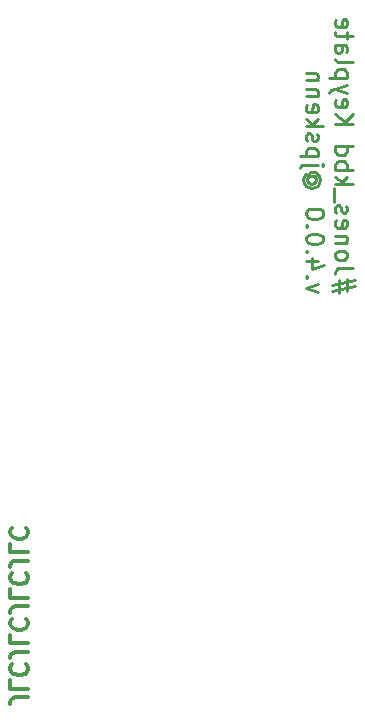
<source format=gbo>
%TF.GenerationSoftware,KiCad,Pcbnew,(5.1.10-1-10_14)*%
%TF.CreationDate,2021-05-27T15:54:42+09:00*%
%TF.ProjectId,keyplate,6b657970-6c61-4746-952e-6b696361645f,rev?*%
%TF.SameCoordinates,Original*%
%TF.FileFunction,Legend,Bot*%
%TF.FilePolarity,Positive*%
%FSLAX46Y46*%
G04 Gerber Fmt 4.6, Leading zero omitted, Abs format (unit mm)*
G04 Created by KiCad (PCBNEW (5.1.10-1-10_14)) date 2021-05-27 15:54:42*
%MOMM*%
%LPD*%
G01*
G04 APERTURE LIST*
%ADD10C,0.250000*%
%ADD11C,0.300000*%
G04 APERTURE END LIST*
D10*
X69171428Y-57751785D02*
X69171428Y-56680357D01*
X69814285Y-57323214D02*
X67885714Y-57751785D01*
X68528571Y-56823214D02*
X68528571Y-57894642D01*
X67885714Y-57251785D02*
X69814285Y-56823214D01*
X69671428Y-55751785D02*
X68600000Y-55751785D01*
X68385714Y-55823214D01*
X68242857Y-55966071D01*
X68171428Y-56180357D01*
X68171428Y-56323214D01*
X68171428Y-54823214D02*
X68242857Y-54966071D01*
X68314285Y-55037500D01*
X68457142Y-55108928D01*
X68885714Y-55108928D01*
X69028571Y-55037500D01*
X69100000Y-54966071D01*
X69171428Y-54823214D01*
X69171428Y-54608928D01*
X69100000Y-54466071D01*
X69028571Y-54394642D01*
X68885714Y-54323214D01*
X68457142Y-54323214D01*
X68314285Y-54394642D01*
X68242857Y-54466071D01*
X68171428Y-54608928D01*
X68171428Y-54823214D01*
X69171428Y-53680357D02*
X68171428Y-53680357D01*
X69028571Y-53680357D02*
X69100000Y-53608928D01*
X69171428Y-53466071D01*
X69171428Y-53251785D01*
X69100000Y-53108928D01*
X68957142Y-53037500D01*
X68171428Y-53037500D01*
X68242857Y-51751785D02*
X68171428Y-51894642D01*
X68171428Y-52180357D01*
X68242857Y-52323214D01*
X68385714Y-52394642D01*
X68957142Y-52394642D01*
X69100000Y-52323214D01*
X69171428Y-52180357D01*
X69171428Y-51894642D01*
X69100000Y-51751785D01*
X68957142Y-51680357D01*
X68814285Y-51680357D01*
X68671428Y-52394642D01*
X68242857Y-51108928D02*
X68171428Y-50966071D01*
X68171428Y-50680357D01*
X68242857Y-50537499D01*
X68385714Y-50466071D01*
X68457142Y-50466071D01*
X68600000Y-50537499D01*
X68671428Y-50680357D01*
X68671428Y-50894642D01*
X68742857Y-51037499D01*
X68885714Y-51108928D01*
X68957142Y-51108928D01*
X69100000Y-51037499D01*
X69171428Y-50894642D01*
X69171428Y-50680357D01*
X69100000Y-50537499D01*
X68028571Y-50180357D02*
X68028571Y-49037499D01*
X68171428Y-48680357D02*
X69671428Y-48680357D01*
X68742857Y-48537499D02*
X68171428Y-48108928D01*
X69171428Y-48108928D02*
X68600000Y-48680357D01*
X68171428Y-47466071D02*
X69671428Y-47466071D01*
X69100000Y-47466071D02*
X69171428Y-47323214D01*
X69171428Y-47037499D01*
X69100000Y-46894642D01*
X69028571Y-46823214D01*
X68885714Y-46751785D01*
X68457142Y-46751785D01*
X68314285Y-46823214D01*
X68242857Y-46894642D01*
X68171428Y-47037499D01*
X68171428Y-47323214D01*
X68242857Y-47466071D01*
X68171428Y-45466071D02*
X69671428Y-45466071D01*
X68242857Y-45466071D02*
X68171428Y-45608928D01*
X68171428Y-45894642D01*
X68242857Y-46037499D01*
X68314285Y-46108928D01*
X68457142Y-46180357D01*
X68885714Y-46180357D01*
X69028571Y-46108928D01*
X69100000Y-46037499D01*
X69171428Y-45894642D01*
X69171428Y-45608928D01*
X69100000Y-45466071D01*
X68171428Y-43608928D02*
X69671428Y-43608928D01*
X68171428Y-42751785D02*
X69028571Y-43394642D01*
X69671428Y-42751785D02*
X68814285Y-43608928D01*
X68242857Y-41537499D02*
X68171428Y-41680357D01*
X68171428Y-41966071D01*
X68242857Y-42108928D01*
X68385714Y-42180357D01*
X68957142Y-42180357D01*
X69100000Y-42108928D01*
X69171428Y-41966071D01*
X69171428Y-41680357D01*
X69100000Y-41537499D01*
X68957142Y-41466071D01*
X68814285Y-41466071D01*
X68671428Y-42180357D01*
X69171428Y-40966071D02*
X68171428Y-40608928D01*
X69171428Y-40251785D02*
X68171428Y-40608928D01*
X67814285Y-40751785D01*
X67742857Y-40823214D01*
X67671428Y-40966071D01*
X69171428Y-39680357D02*
X67671428Y-39680357D01*
X69100000Y-39680357D02*
X69171428Y-39537499D01*
X69171428Y-39251785D01*
X69100000Y-39108928D01*
X69028571Y-39037499D01*
X68885714Y-38966071D01*
X68457142Y-38966071D01*
X68314285Y-39037499D01*
X68242857Y-39108928D01*
X68171428Y-39251785D01*
X68171428Y-39537499D01*
X68242857Y-39680357D01*
X68171428Y-38108928D02*
X68242857Y-38251785D01*
X68385714Y-38323214D01*
X69671428Y-38323214D01*
X68171428Y-36894642D02*
X68957142Y-36894642D01*
X69100000Y-36966071D01*
X69171428Y-37108928D01*
X69171428Y-37394642D01*
X69100000Y-37537499D01*
X68242857Y-36894642D02*
X68171428Y-37037499D01*
X68171428Y-37394642D01*
X68242857Y-37537499D01*
X68385714Y-37608928D01*
X68528571Y-37608928D01*
X68671428Y-37537499D01*
X68742857Y-37394642D01*
X68742857Y-37037499D01*
X68814285Y-36894642D01*
X69171428Y-36394642D02*
X69171428Y-35823214D01*
X69671428Y-36180357D02*
X68385714Y-36180357D01*
X68242857Y-36108928D01*
X68171428Y-35966071D01*
X68171428Y-35823214D01*
X68242857Y-34751785D02*
X68171428Y-34894642D01*
X68171428Y-35180357D01*
X68242857Y-35323214D01*
X68385714Y-35394642D01*
X68957142Y-35394642D01*
X69100000Y-35323214D01*
X69171428Y-35180357D01*
X69171428Y-34894642D01*
X69100000Y-34751785D01*
X68957142Y-34680357D01*
X68814285Y-34680357D01*
X68671428Y-35394642D01*
X66671428Y-57823214D02*
X65671428Y-57466071D01*
X66671428Y-57108928D01*
X65814285Y-56537500D02*
X65742857Y-56466071D01*
X65671428Y-56537500D01*
X65742857Y-56608928D01*
X65814285Y-56537500D01*
X65671428Y-56537500D01*
X66671428Y-55180357D02*
X65671428Y-55180357D01*
X67242857Y-55537500D02*
X66171428Y-55894642D01*
X66171428Y-54966071D01*
X65814285Y-54394642D02*
X65742857Y-54323214D01*
X65671428Y-54394642D01*
X65742857Y-54466071D01*
X65814285Y-54394642D01*
X65671428Y-54394642D01*
X67171428Y-53394642D02*
X67171428Y-53251785D01*
X67100000Y-53108928D01*
X67028571Y-53037500D01*
X66885714Y-52966071D01*
X66600000Y-52894642D01*
X66242857Y-52894642D01*
X65957142Y-52966071D01*
X65814285Y-53037500D01*
X65742857Y-53108928D01*
X65671428Y-53251785D01*
X65671428Y-53394642D01*
X65742857Y-53537500D01*
X65814285Y-53608928D01*
X65957142Y-53680357D01*
X66242857Y-53751785D01*
X66600000Y-53751785D01*
X66885714Y-53680357D01*
X67028571Y-53608928D01*
X67100000Y-53537500D01*
X67171428Y-53394642D01*
X65814285Y-52251785D02*
X65742857Y-52180357D01*
X65671428Y-52251785D01*
X65742857Y-52323214D01*
X65814285Y-52251785D01*
X65671428Y-52251785D01*
X67171428Y-51251785D02*
X67171428Y-51108928D01*
X67100000Y-50966071D01*
X67028571Y-50894642D01*
X66885714Y-50823214D01*
X66600000Y-50751785D01*
X66242857Y-50751785D01*
X65957142Y-50823214D01*
X65814285Y-50894642D01*
X65742857Y-50966071D01*
X65671428Y-51108928D01*
X65671428Y-51251785D01*
X65742857Y-51394642D01*
X65814285Y-51466071D01*
X65957142Y-51537500D01*
X66242857Y-51608928D01*
X66600000Y-51608928D01*
X66885714Y-51537500D01*
X67028571Y-51466071D01*
X67100000Y-51394642D01*
X67171428Y-51251785D01*
X66385714Y-48037500D02*
X66457142Y-48108928D01*
X66528571Y-48251785D01*
X66528571Y-48394642D01*
X66457142Y-48537500D01*
X66385714Y-48608928D01*
X66242857Y-48680357D01*
X66100000Y-48680357D01*
X65957142Y-48608928D01*
X65885714Y-48537500D01*
X65814285Y-48394642D01*
X65814285Y-48251785D01*
X65885714Y-48108928D01*
X65957142Y-48037500D01*
X66528571Y-48037500D02*
X65957142Y-48037500D01*
X65885714Y-47966071D01*
X65885714Y-47894642D01*
X65957142Y-47751785D01*
X66100000Y-47680357D01*
X66457142Y-47680357D01*
X66671428Y-47823214D01*
X66814285Y-48037500D01*
X66885714Y-48323214D01*
X66814285Y-48608928D01*
X66671428Y-48823214D01*
X66457142Y-48966071D01*
X66171428Y-49037500D01*
X65885714Y-48966071D01*
X65671428Y-48823214D01*
X65528571Y-48608928D01*
X65457142Y-48323214D01*
X65528571Y-48037500D01*
X65671428Y-47823214D01*
X66671428Y-47037500D02*
X65385714Y-47037500D01*
X65242857Y-47108928D01*
X65171428Y-47251785D01*
X65171428Y-47323214D01*
X67171428Y-47037500D02*
X67100000Y-47108928D01*
X67028571Y-47037500D01*
X67100000Y-46966071D01*
X67171428Y-47037500D01*
X67028571Y-47037500D01*
X66671428Y-46323214D02*
X65171428Y-46323214D01*
X66600000Y-46323214D02*
X66671428Y-46180357D01*
X66671428Y-45894642D01*
X66600000Y-45751785D01*
X66528571Y-45680357D01*
X66385714Y-45608928D01*
X65957142Y-45608928D01*
X65814285Y-45680357D01*
X65742857Y-45751785D01*
X65671428Y-45894642D01*
X65671428Y-46180357D01*
X65742857Y-46323214D01*
X65742857Y-45037500D02*
X65671428Y-44894642D01*
X65671428Y-44608928D01*
X65742857Y-44466071D01*
X65885714Y-44394642D01*
X65957142Y-44394642D01*
X66100000Y-44466071D01*
X66171428Y-44608928D01*
X66171428Y-44823214D01*
X66242857Y-44966071D01*
X66385714Y-45037500D01*
X66457142Y-45037500D01*
X66600000Y-44966071D01*
X66671428Y-44823214D01*
X66671428Y-44608928D01*
X66600000Y-44466071D01*
X65671428Y-43751785D02*
X67171428Y-43751785D01*
X66242857Y-43608928D02*
X65671428Y-43180357D01*
X66671428Y-43180357D02*
X66100000Y-43751785D01*
X65742857Y-41966071D02*
X65671428Y-42108928D01*
X65671428Y-42394642D01*
X65742857Y-42537500D01*
X65885714Y-42608928D01*
X66457142Y-42608928D01*
X66600000Y-42537500D01*
X66671428Y-42394642D01*
X66671428Y-42108928D01*
X66600000Y-41966071D01*
X66457142Y-41894642D01*
X66314285Y-41894642D01*
X66171428Y-42608928D01*
X66671428Y-41251785D02*
X65671428Y-41251785D01*
X66528571Y-41251785D02*
X66600000Y-41180357D01*
X66671428Y-41037500D01*
X66671428Y-40823214D01*
X66600000Y-40680357D01*
X66457142Y-40608928D01*
X65671428Y-40608928D01*
X66671428Y-39894642D02*
X65671428Y-39894642D01*
X66528571Y-39894642D02*
X66600000Y-39823214D01*
X66671428Y-39680357D01*
X66671428Y-39466071D01*
X66600000Y-39323214D01*
X66457142Y-39251785D01*
X65671428Y-39251785D01*
D11*
X42171428Y-92128571D02*
X41100000Y-92128571D01*
X40885714Y-92200000D01*
X40742857Y-92342857D01*
X40671428Y-92557142D01*
X40671428Y-92700000D01*
X40671428Y-90700000D02*
X40671428Y-91414285D01*
X42171428Y-91414285D01*
X40814285Y-89342857D02*
X40742857Y-89414285D01*
X40671428Y-89628571D01*
X40671428Y-89771428D01*
X40742857Y-89985714D01*
X40885714Y-90128571D01*
X41028571Y-90200000D01*
X41314285Y-90271428D01*
X41528571Y-90271428D01*
X41814285Y-90200000D01*
X41957142Y-90128571D01*
X42100000Y-89985714D01*
X42171428Y-89771428D01*
X42171428Y-89628571D01*
X42100000Y-89414285D01*
X42028571Y-89342857D01*
X42171428Y-88271428D02*
X41100000Y-88271428D01*
X40885714Y-88342857D01*
X40742857Y-88485714D01*
X40671428Y-88700000D01*
X40671428Y-88842857D01*
X40671428Y-86842857D02*
X40671428Y-87557142D01*
X42171428Y-87557142D01*
X40814285Y-85485714D02*
X40742857Y-85557142D01*
X40671428Y-85771428D01*
X40671428Y-85914285D01*
X40742857Y-86128571D01*
X40885714Y-86271428D01*
X41028571Y-86342857D01*
X41314285Y-86414285D01*
X41528571Y-86414285D01*
X41814285Y-86342857D01*
X41957142Y-86271428D01*
X42100000Y-86128571D01*
X42171428Y-85914285D01*
X42171428Y-85771428D01*
X42100000Y-85557142D01*
X42028571Y-85485714D01*
X42171428Y-84414285D02*
X41100000Y-84414285D01*
X40885714Y-84485714D01*
X40742857Y-84628571D01*
X40671428Y-84842857D01*
X40671428Y-84985714D01*
X40671428Y-82985714D02*
X40671428Y-83699999D01*
X42171428Y-83700000D01*
X40814285Y-81628571D02*
X40742857Y-81700000D01*
X40671428Y-81914285D01*
X40671428Y-82057142D01*
X40742857Y-82271428D01*
X40885714Y-82414285D01*
X41028571Y-82485714D01*
X41314285Y-82557142D01*
X41528571Y-82557142D01*
X41814285Y-82485714D01*
X41957142Y-82414285D01*
X42100000Y-82271428D01*
X42171428Y-82057142D01*
X42171428Y-81914285D01*
X42100000Y-81700000D01*
X42028571Y-81628571D01*
X42171428Y-80557142D02*
X41100000Y-80557142D01*
X40885714Y-80628571D01*
X40742857Y-80771428D01*
X40671428Y-80985714D01*
X40671428Y-81128571D01*
X40671428Y-79128571D02*
X40671428Y-79842857D01*
X42171428Y-79842857D01*
X40814285Y-77771428D02*
X40742857Y-77842857D01*
X40671428Y-78057142D01*
X40671428Y-78200000D01*
X40742857Y-78414285D01*
X40885714Y-78557142D01*
X41028571Y-78628571D01*
X41314285Y-78700000D01*
X41528571Y-78700000D01*
X41814285Y-78628571D01*
X41957142Y-78557142D01*
X42100000Y-78414285D01*
X42171428Y-78200000D01*
X42171428Y-78057142D01*
X42100000Y-77842857D01*
X42028571Y-77771428D01*
M02*

</source>
